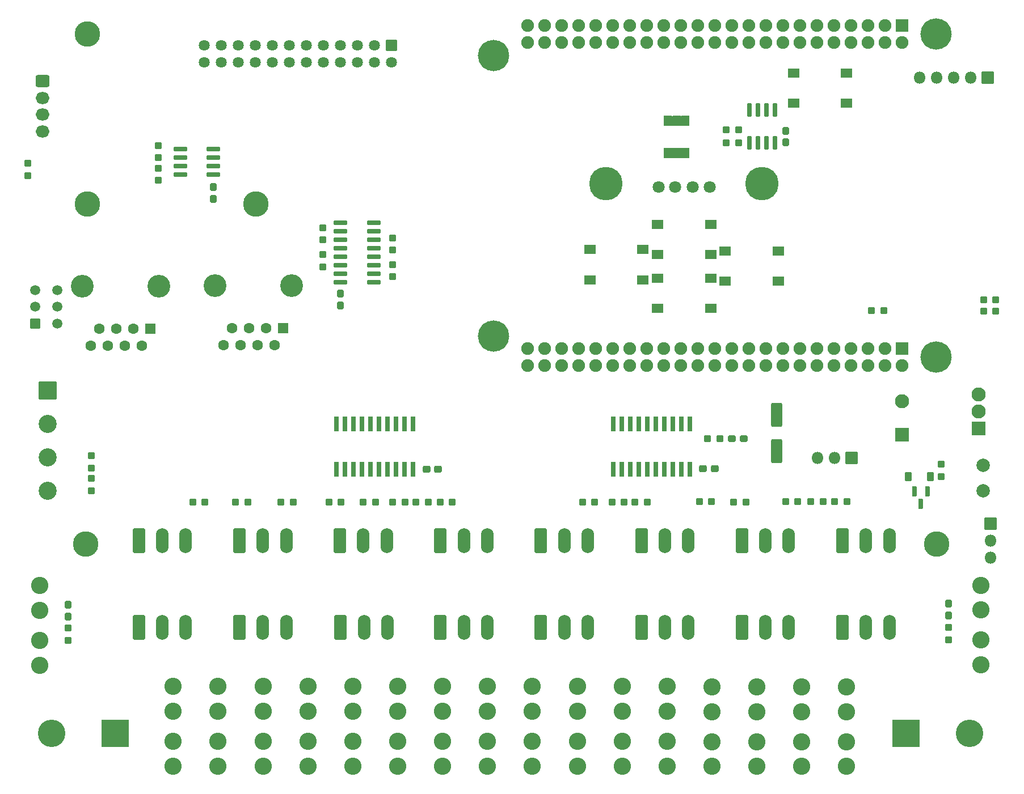
<source format=gbr>
G04 #@! TF.GenerationSoftware,KiCad,Pcbnew,(6.0.5)*
G04 #@! TF.CreationDate,2022-06-02T00:51:25-04:00*
G04 #@! TF.ProjectId,BBB_16,4242425f-3136-42e6-9b69-6361645f7063,v2*
G04 #@! TF.SameCoordinates,Original*
G04 #@! TF.FileFunction,Soldermask,Top*
G04 #@! TF.FilePolarity,Negative*
%FSLAX46Y46*%
G04 Gerber Fmt 4.6, Leading zero omitted, Abs format (unit mm)*
G04 Created by KiCad (PCBNEW (6.0.5)) date 2022-06-02 00:51:25*
%MOMM*%
%LPD*%
G01*
G04 APERTURE LIST*
G04 Aperture macros list*
%AMRoundRect*
0 Rectangle with rounded corners*
0 $1 Rounding radius*
0 $2 $3 $4 $5 $6 $7 $8 $9 X,Y pos of 4 corners*
0 Add a 4 corners polygon primitive as box body*
4,1,4,$2,$3,$4,$5,$6,$7,$8,$9,$2,$3,0*
0 Add four circle primitives for the rounded corners*
1,1,$1+$1,$2,$3*
1,1,$1+$1,$4,$5*
1,1,$1+$1,$6,$7*
1,1,$1+$1,$8,$9*
0 Add four rect primitives between the rounded corners*
20,1,$1+$1,$2,$3,$4,$5,0*
20,1,$1+$1,$4,$5,$6,$7,0*
20,1,$1+$1,$6,$7,$8,$9,0*
20,1,$1+$1,$8,$9,$2,$3,0*%
G04 Aperture macros list end*
%ADD10RoundRect,0.288500X-0.300000X-0.237500X0.300000X-0.237500X0.300000X0.237500X-0.300000X0.237500X0*%
%ADD11C,2.577000*%
%ADD12RoundRect,0.301000X-0.650000X-1.550000X0.650000X-1.550000X0.650000X1.550000X-0.650000X1.550000X0*%
%ADD13O,1.902000X3.702000*%
%ADD14RoundRect,0.051000X-0.450000X-0.600000X0.450000X-0.600000X0.450000X0.600000X-0.450000X0.600000X0*%
%ADD15RoundRect,0.288500X0.237500X-0.250000X0.237500X0.250000X-0.237500X0.250000X-0.237500X-0.250000X0*%
%ADD16RoundRect,0.051000X-0.850000X0.850000X-0.850000X-0.850000X0.850000X-0.850000X0.850000X0.850000X0*%
%ADD17O,1.802000X1.802000*%
%ADD18C,3.802000*%
%ADD19C,5.000000*%
%ADD20C,1.802000*%
%ADD21RoundRect,0.288500X-0.237500X0.287500X-0.237500X-0.287500X0.237500X-0.287500X0.237500X0.287500X0*%
%ADD22RoundRect,0.288500X-0.237500X0.250000X-0.237500X-0.250000X0.237500X-0.250000X0.237500X0.250000X0*%
%ADD23RoundRect,0.288500X-0.287500X-0.237500X0.287500X-0.237500X0.287500X0.237500X-0.287500X0.237500X0*%
%ADD24RoundRect,0.288500X0.250000X0.237500X-0.250000X0.237500X-0.250000X-0.237500X0.250000X-0.237500X0*%
%ADD25RoundRect,0.288500X-0.237500X0.300000X-0.237500X-0.300000X0.237500X-0.300000X0.237500X0.300000X0*%
%ADD26RoundRect,0.051000X-0.775000X-0.650000X0.775000X-0.650000X0.775000X0.650000X-0.775000X0.650000X0*%
%ADD27RoundRect,0.051000X-0.279400X1.079500X-0.279400X-1.079500X0.279400X-1.079500X0.279400X1.079500X0*%
%ADD28RoundRect,0.288500X0.237500X-0.300000X0.237500X0.300000X-0.237500X0.300000X-0.237500X-0.300000X0*%
%ADD29RoundRect,0.201000X-0.150000X0.825000X-0.150000X-0.825000X0.150000X-0.825000X0.150000X0.825000X0*%
%ADD30RoundRect,0.201000X0.825000X0.150000X-0.825000X0.150000X-0.825000X-0.150000X0.825000X-0.150000X0*%
%ADD31C,3.402000*%
%ADD32RoundRect,0.051000X0.750000X0.750000X-0.750000X0.750000X-0.750000X-0.750000X0.750000X-0.750000X0*%
%ADD33C,1.602000*%
%ADD34RoundRect,0.051000X-0.500000X-0.750000X0.500000X-0.750000X0.500000X0.750000X-0.500000X0.750000X0*%
%ADD35RoundRect,0.051000X2.000000X2.000000X-2.000000X2.000000X-2.000000X-2.000000X2.000000X-2.000000X0*%
%ADD36C,4.102000*%
%ADD37RoundRect,0.051000X-2.000000X-2.000000X2.000000X-2.000000X2.000000X2.000000X-2.000000X2.000000X0*%
%ADD38RoundRect,0.051000X0.765000X0.765000X-0.765000X0.765000X-0.765000X-0.765000X0.765000X-0.765000X0*%
%ADD39C,1.632000*%
%ADD40RoundRect,0.051000X-0.900000X-0.900000X0.900000X-0.900000X0.900000X0.900000X-0.900000X0.900000X0*%
%ADD41C,1.902000*%
%ADD42C,4.674000*%
%ADD43RoundRect,0.051000X1.000000X-1.000000X1.000000X1.000000X-1.000000X1.000000X-1.000000X-1.000000X0*%
%ADD44C,2.102000*%
%ADD45RoundRect,0.301000X-0.725000X0.600000X-0.725000X-0.600000X0.725000X-0.600000X0.725000X0.600000X0*%
%ADD46O,2.052000X1.802000*%
%ADD47C,2.006000*%
%ADD48RoundRect,0.051000X-0.850000X-0.850000X0.850000X-0.850000X0.850000X0.850000X-0.850000X0.850000X0*%
%ADD49RoundRect,0.051000X-1.300000X1.300000X-1.300000X-1.300000X1.300000X-1.300000X1.300000X1.300000X0*%
%ADD50C,2.702000*%
%ADD51RoundRect,0.051000X0.700000X-0.700000X0.700000X0.700000X-0.700000X0.700000X-0.700000X-0.700000X0*%
%ADD52C,1.502000*%
%ADD53RoundRect,0.288500X-0.250000X-0.237500X0.250000X-0.237500X0.250000X0.237500X-0.250000X0.237500X0*%
%ADD54RoundRect,0.301000X0.550000X-1.500000X0.550000X1.500000X-0.550000X1.500000X-0.550000X-1.500000X0*%
%ADD55RoundRect,0.201000X-0.150000X0.587500X-0.150000X-0.587500X0.150000X-0.587500X0.150000X0.587500X0*%
G04 APERTURE END LIST*
D10*
X132029500Y-105949800D03*
X133754500Y-105949800D03*
D11*
X74282600Y-135238600D03*
X74282600Y-131538600D03*
X74282600Y-127038600D03*
X74282600Y-123338600D03*
D12*
X89100000Y-129600000D03*
D13*
X92600000Y-129600000D03*
X96100000Y-129600000D03*
D12*
X119100000Y-116600000D03*
D13*
X122600000Y-116600000D03*
X126100000Y-116600000D03*
D12*
X119214342Y-129600000D03*
D13*
X122714342Y-129600000D03*
X126214342Y-129600000D03*
D12*
X134100000Y-116600000D03*
D13*
X137600000Y-116600000D03*
X141100000Y-116600000D03*
D12*
X134100000Y-129600000D03*
D13*
X137600000Y-129600000D03*
X141100000Y-129600000D03*
D12*
X149100000Y-116600000D03*
D13*
X152600000Y-116600000D03*
X156100000Y-116600000D03*
D12*
X149100000Y-129600000D03*
D13*
X152600000Y-129600000D03*
X156100000Y-129600000D03*
D12*
X164100000Y-116600000D03*
D13*
X167600000Y-116600000D03*
X171100000Y-116600000D03*
D12*
X164100000Y-129600000D03*
D13*
X167600000Y-129600000D03*
X171100000Y-129600000D03*
D12*
X179100000Y-116600000D03*
D13*
X182600000Y-116600000D03*
X186100000Y-116600000D03*
D12*
X179100000Y-129600000D03*
D13*
X182600000Y-129600000D03*
X186100000Y-129600000D03*
D12*
X194100000Y-116600000D03*
D13*
X197600000Y-116600000D03*
X201100000Y-116600000D03*
D12*
X194100000Y-129600000D03*
D13*
X197600000Y-129600000D03*
X201100000Y-129600000D03*
D11*
X94222600Y-150288600D03*
X94222600Y-146588600D03*
X94222600Y-142088600D03*
X94222600Y-138388600D03*
X134425198Y-150298600D03*
X134425198Y-146598600D03*
X134425198Y-142098600D03*
X134425198Y-138398600D03*
X181328229Y-150363600D03*
X181328229Y-146663600D03*
X181328229Y-142163600D03*
X181328229Y-138463600D03*
D10*
X173304500Y-105899800D03*
X175029500Y-105899800D03*
D11*
X100923033Y-150303600D03*
X100923033Y-146603600D03*
X100923033Y-142103600D03*
X100923033Y-138403600D03*
X127724765Y-150298600D03*
X127724765Y-146598600D03*
X127724765Y-142098600D03*
X127724765Y-138398600D03*
X141125631Y-150298600D03*
X141125631Y-146598600D03*
X141125631Y-142098600D03*
X141125631Y-138398600D03*
X147826064Y-150298600D03*
X147826064Y-146598600D03*
X147826064Y-142098600D03*
X147826064Y-138398600D03*
X154526497Y-150298600D03*
X154526497Y-146598600D03*
X154526497Y-142098600D03*
X154526497Y-138398600D03*
X194729100Y-150363600D03*
X194729100Y-146663600D03*
X194729100Y-142163600D03*
X194729100Y-138463600D03*
X121024332Y-150298600D03*
X121024332Y-146598600D03*
X121024332Y-142098600D03*
X121024332Y-138398600D03*
X107623466Y-150303600D03*
X107623466Y-146603600D03*
X107623466Y-142103600D03*
X107623466Y-138403600D03*
X174627796Y-150363600D03*
X174627796Y-146663600D03*
X174627796Y-142163600D03*
X174627796Y-138463600D03*
X161226930Y-150298600D03*
X161226930Y-146598600D03*
X161226930Y-142098600D03*
X161226930Y-138398600D03*
X114323899Y-150303600D03*
X114323899Y-146603600D03*
X114323899Y-142103600D03*
X114323899Y-138403600D03*
D12*
X89100000Y-116600000D03*
D13*
X92600000Y-116600000D03*
X96100000Y-116600000D03*
D12*
X104100000Y-116600000D03*
D13*
X107600000Y-116600000D03*
X111100000Y-116600000D03*
D12*
X104100000Y-129600000D03*
D13*
X107600000Y-129600000D03*
X111100000Y-129600000D03*
D14*
X203967000Y-107049800D03*
X207267000Y-107049800D03*
D15*
X91967000Y-59412300D03*
X91967000Y-57587300D03*
X91967000Y-62812300D03*
X91967000Y-60987300D03*
D16*
X215767000Y-47499800D03*
D17*
X213227000Y-47499800D03*
X210687000Y-47499800D03*
X208147000Y-47499800D03*
X205607000Y-47499800D03*
D11*
X188028662Y-150363600D03*
X188028662Y-146663600D03*
X188028662Y-142163600D03*
X188028662Y-138463600D03*
X167927363Y-150298600D03*
X167927363Y-146598600D03*
X167927363Y-142098600D03*
X167927363Y-138398600D03*
D18*
X81427600Y-66318600D03*
X106527600Y-66318600D03*
D19*
X158817000Y-63299800D03*
X182117000Y-63299800D03*
D20*
X166667000Y-63799800D03*
X169167000Y-63799800D03*
X171767000Y-63799800D03*
X174267000Y-63799800D03*
D21*
X78567000Y-126224800D03*
X78567000Y-127974800D03*
X209967000Y-126024800D03*
X209967000Y-127774800D03*
D18*
X81127600Y-117118600D03*
D22*
X78567000Y-129687300D03*
X78567000Y-131512300D03*
X209967000Y-129587300D03*
X209967000Y-131412300D03*
D23*
X177592000Y-101399800D03*
X179342000Y-101399800D03*
D11*
X214726000Y-135181800D03*
X214726000Y-131481800D03*
X214726000Y-126981800D03*
X214726000Y-123281800D03*
D24*
X178589500Y-55219800D03*
X176764500Y-55219800D03*
D25*
X100217000Y-63812300D03*
X100217000Y-65537300D03*
D26*
X186792000Y-46749800D03*
X194742000Y-46749800D03*
X186792000Y-51249800D03*
X194742000Y-51249800D03*
D27*
X171332000Y-99171600D03*
X170062000Y-99171600D03*
X168792000Y-99171600D03*
X167522000Y-99171600D03*
X166252000Y-99171600D03*
X164982000Y-99171600D03*
X163712000Y-99171600D03*
X162442000Y-99171600D03*
X161172000Y-99171600D03*
X159902000Y-99171600D03*
X159902000Y-105928000D03*
X161172000Y-105928000D03*
X162442000Y-105928000D03*
X163712000Y-105928000D03*
X164982000Y-105928000D03*
X166252000Y-105928000D03*
X167522000Y-105928000D03*
X168792000Y-105928000D03*
X170062000Y-105928000D03*
X171332000Y-105928000D03*
D28*
X185677000Y-57144800D03*
X185677000Y-55419800D03*
D24*
X178589500Y-57199800D03*
X176764500Y-57199800D03*
D29*
X184012000Y-52254800D03*
X182742000Y-52254800D03*
X181472000Y-52254800D03*
X180202000Y-52254800D03*
X180202000Y-57204800D03*
X181472000Y-57204800D03*
X182742000Y-57204800D03*
X184012000Y-57204800D03*
D27*
X129982000Y-99171600D03*
X128712000Y-99171600D03*
X127442000Y-99171600D03*
X126172000Y-99171600D03*
X124902000Y-99171600D03*
X123632000Y-99171600D03*
X122362000Y-99171600D03*
X121092000Y-99171600D03*
X119822000Y-99171600D03*
X118552000Y-99171600D03*
X118552000Y-105928000D03*
X119822000Y-105928000D03*
X121092000Y-105928000D03*
X122362000Y-105928000D03*
X123632000Y-105928000D03*
X124902000Y-105928000D03*
X126172000Y-105928000D03*
X127442000Y-105928000D03*
X128712000Y-105928000D03*
X129982000Y-105928000D03*
D30*
X100242000Y-61904800D03*
X100242000Y-60634800D03*
X100242000Y-59364800D03*
X100242000Y-58094800D03*
X95292000Y-58094800D03*
X95292000Y-59364800D03*
X95292000Y-60634800D03*
X95292000Y-61904800D03*
D26*
X166492000Y-77449800D03*
X174442000Y-77449800D03*
X174442000Y-81949800D03*
X166492000Y-81949800D03*
D31*
X80689500Y-78649800D03*
X92119500Y-78649800D03*
D32*
X90849500Y-84999800D03*
D33*
X89579500Y-87539800D03*
X88309500Y-84999800D03*
X87039500Y-87539800D03*
X85769500Y-84999800D03*
X84499500Y-87539800D03*
X83229500Y-84999800D03*
X81959500Y-87539800D03*
D34*
X168067000Y-53899800D03*
X169367000Y-53899800D03*
X170667000Y-53899800D03*
X168067000Y-58699800D03*
X169367000Y-58699800D03*
X170667000Y-58699800D03*
D25*
X119167000Y-79737300D03*
X119167000Y-81462300D03*
D35*
X85567000Y-145399800D03*
D36*
X76067000Y-145399800D03*
D37*
X203567000Y-145399800D03*
D36*
X213067000Y-145399800D03*
D31*
X100489500Y-78549800D03*
X111919500Y-78549800D03*
D32*
X110649500Y-84899800D03*
D33*
X109379500Y-87439800D03*
X108109500Y-84899800D03*
X106839500Y-87439800D03*
X105569500Y-84899800D03*
X104299500Y-87439800D03*
X103029500Y-84899800D03*
X101759500Y-87439800D03*
D30*
X124142000Y-78044800D03*
X124142000Y-76774800D03*
X124142000Y-75504800D03*
X124142000Y-74234800D03*
X124142000Y-72964800D03*
X124142000Y-71694800D03*
X124142000Y-70424800D03*
X124142000Y-69154800D03*
X119192000Y-69154800D03*
X119192000Y-70424800D03*
X119192000Y-71694800D03*
X119192000Y-72964800D03*
X119192000Y-74234800D03*
X119192000Y-75504800D03*
X119192000Y-76774800D03*
X119192000Y-78044800D03*
D38*
X126837000Y-42629800D03*
D39*
X126837000Y-45169800D03*
X124297000Y-42629800D03*
X124297000Y-45169800D03*
X121757000Y-42629800D03*
X121757000Y-45169800D03*
X119217000Y-42629800D03*
X119217000Y-45169800D03*
X116677000Y-42629800D03*
X116677000Y-45169800D03*
X114137000Y-42629800D03*
X114137000Y-45169800D03*
X111597000Y-42629800D03*
X111597000Y-45169800D03*
X109057000Y-42629800D03*
X109057000Y-45169800D03*
X106517000Y-42629800D03*
X106517000Y-45169800D03*
X103977000Y-42629800D03*
X103977000Y-45169800D03*
X101437000Y-42629800D03*
X101437000Y-45169800D03*
X98897000Y-42629800D03*
X98897000Y-45169800D03*
D40*
X202962000Y-87959800D03*
D41*
X202962000Y-90499800D03*
X200422000Y-87959800D03*
X200422000Y-90499800D03*
X197882000Y-87959800D03*
X197882000Y-90499800D03*
X195342000Y-87959800D03*
X195342000Y-90499800D03*
X192802000Y-87959800D03*
X192802000Y-90499800D03*
X190262000Y-87959800D03*
X190262000Y-90499800D03*
X187722000Y-87959800D03*
X187722000Y-90499800D03*
X185182000Y-87959800D03*
X185182000Y-90499800D03*
X182642000Y-87959800D03*
X182642000Y-90499800D03*
X180102000Y-87959800D03*
X180102000Y-90499800D03*
X177562000Y-87959800D03*
X177562000Y-90499800D03*
X175022000Y-87959800D03*
X175022000Y-90499800D03*
X172482000Y-87959800D03*
X172482000Y-90499800D03*
X169942000Y-87959800D03*
X169942000Y-90499800D03*
X167402000Y-87959800D03*
X167402000Y-90499800D03*
X164862000Y-87959800D03*
X164862000Y-90499800D03*
X162322000Y-87959800D03*
X162322000Y-90499800D03*
X159782000Y-87959800D03*
X159782000Y-90499800D03*
X157242000Y-87959800D03*
X157242000Y-90499800D03*
X154702000Y-87959800D03*
X154702000Y-90499800D03*
X152162000Y-87959800D03*
X152162000Y-90499800D03*
X149622000Y-87959800D03*
X149622000Y-90499800D03*
X147082000Y-87959800D03*
X147082000Y-90499800D03*
D40*
X202962000Y-39699800D03*
D41*
X202962000Y-42239800D03*
X200422000Y-39699800D03*
X200422000Y-42239800D03*
X197882000Y-39699800D03*
X197882000Y-42239800D03*
X195342000Y-39699800D03*
X195342000Y-42239800D03*
X192802000Y-39699800D03*
X192802000Y-42239800D03*
X190262000Y-39699800D03*
X190262000Y-42239800D03*
X187722000Y-39699800D03*
X187722000Y-42239800D03*
X185182000Y-39699800D03*
X185182000Y-42239800D03*
X182642000Y-39699800D03*
X182642000Y-42239800D03*
X180102000Y-39699800D03*
X180102000Y-42239800D03*
X177562000Y-39699800D03*
X177562000Y-42239800D03*
X175022000Y-39699800D03*
X175022000Y-42239800D03*
X172482000Y-39699800D03*
X172482000Y-42239800D03*
X169942000Y-39699800D03*
X169942000Y-42239800D03*
X167402000Y-39699800D03*
X167402000Y-42239800D03*
X164862000Y-39699800D03*
X164862000Y-42239800D03*
X162322000Y-39699800D03*
X162322000Y-42239800D03*
X159782000Y-39699800D03*
X159782000Y-42239800D03*
X157242000Y-39699800D03*
X157242000Y-42239800D03*
X154702000Y-39699800D03*
X154702000Y-42239800D03*
X152162000Y-39699800D03*
X152162000Y-42239800D03*
X149622000Y-39699800D03*
X149622000Y-42239800D03*
X147082000Y-39699800D03*
X147082000Y-42239800D03*
D42*
X142002000Y-44144800D03*
X208042000Y-40969800D03*
X208042000Y-89229800D03*
X142002000Y-86054800D03*
D26*
X166492000Y-69349800D03*
X174442000Y-69349800D03*
X166492000Y-73849800D03*
X174442000Y-73849800D03*
X156392000Y-73149800D03*
X164342000Y-73149800D03*
X164342000Y-77649800D03*
X156392000Y-77649800D03*
X176592000Y-73349800D03*
X184542000Y-73349800D03*
X184542000Y-77849800D03*
X176592000Y-77849800D03*
D18*
X208127600Y-117118600D03*
D16*
X195492000Y-104299800D03*
D17*
X192952000Y-104299800D03*
X190412000Y-104299800D03*
D43*
X214467000Y-99899800D03*
D44*
X214467000Y-97359800D03*
X214467000Y-94819800D03*
D45*
X74767000Y-47999800D03*
D46*
X74767000Y-50499800D03*
X74767000Y-52999800D03*
X74767000Y-55499800D03*
D47*
X215117459Y-109205360D03*
X215117459Y-105395360D03*
D48*
X216167000Y-114099800D03*
D17*
X216167000Y-116639800D03*
X216167000Y-119179800D03*
D49*
X75467000Y-94199800D03*
D50*
X75467000Y-99199800D03*
X75467000Y-104199800D03*
X75467000Y-109199800D03*
D15*
X82017000Y-109162300D03*
X82017000Y-107337300D03*
X82017000Y-105762300D03*
X82017000Y-103937300D03*
D51*
X73667000Y-84199800D03*
D52*
X73667000Y-81699800D03*
X73667000Y-79199800D03*
X76967000Y-84199800D03*
X76967000Y-81699800D03*
X76967000Y-79199800D03*
D53*
X173954500Y-101399800D03*
X175779500Y-101399800D03*
D54*
X184267000Y-103249800D03*
X184267000Y-97849800D03*
D43*
X202967000Y-100767477D03*
D44*
X202967000Y-95767477D03*
D22*
X72542000Y-60262300D03*
X72542000Y-62087300D03*
D53*
X198454500Y-82299800D03*
X200279500Y-82299800D03*
D24*
X217004500Y-82324800D03*
X215179500Y-82324800D03*
D53*
X215179500Y-80649800D03*
X217004500Y-80649800D03*
D18*
X81427600Y-40918600D03*
D53*
X172754500Y-110799800D03*
X174579500Y-110799800D03*
D24*
X124404500Y-110849800D03*
X122579500Y-110849800D03*
D53*
X130454500Y-110849800D03*
X132279500Y-110849800D03*
D24*
X98979500Y-110849800D03*
X97154500Y-110849800D03*
X105354500Y-110849800D03*
X103529500Y-110849800D03*
D55*
X206767000Y-109262300D03*
X204867000Y-109262300D03*
X205817000Y-111137300D03*
D24*
X119279500Y-110849800D03*
X117454500Y-110849800D03*
D15*
X126967000Y-77212300D03*
X126967000Y-75387300D03*
D24*
X161529500Y-110899800D03*
X159704500Y-110899800D03*
D53*
X134054500Y-110849800D03*
X135879500Y-110849800D03*
D15*
X126967000Y-73212300D03*
X126967000Y-71387300D03*
D24*
X157129500Y-110899800D03*
X155304500Y-110899800D03*
X112129500Y-110849800D03*
X110304500Y-110849800D03*
D53*
X163154500Y-110899800D03*
X164979500Y-110899800D03*
X192954500Y-110799800D03*
X194779500Y-110799800D03*
D22*
X208817000Y-105237300D03*
X208817000Y-107062300D03*
X116567000Y-73887300D03*
X116567000Y-75712300D03*
D53*
X189404500Y-110799800D03*
X191229500Y-110799800D03*
D22*
X116567000Y-69887300D03*
X116567000Y-71712300D03*
D53*
X185604500Y-110799800D03*
X187429500Y-110799800D03*
X177854500Y-110849800D03*
X179679500Y-110849800D03*
X127004500Y-110849800D03*
X128829500Y-110849800D03*
G36*
X168616267Y-57933101D02*
G01*
X168667946Y-57976289D01*
X168736661Y-57984920D01*
X168799291Y-57954956D01*
X168817348Y-57934118D01*
X168819238Y-57933464D01*
X168820749Y-57934774D01*
X168820821Y-57935818D01*
X168818000Y-57949999D01*
X168818000Y-59449601D01*
X168820978Y-59464574D01*
X168820335Y-59466468D01*
X168818373Y-59466858D01*
X168817733Y-59466499D01*
X168766054Y-59423311D01*
X168697339Y-59414680D01*
X168634709Y-59444644D01*
X168616652Y-59465482D01*
X168614762Y-59466136D01*
X168613251Y-59464826D01*
X168613179Y-59463782D01*
X168616000Y-59449601D01*
X168616000Y-57949999D01*
X168613022Y-57935026D01*
X168613665Y-57933132D01*
X168615627Y-57932742D01*
X168616267Y-57933101D01*
G37*
G36*
X169916267Y-57933101D02*
G01*
X169967946Y-57976289D01*
X170036661Y-57984920D01*
X170099291Y-57954956D01*
X170117348Y-57934118D01*
X170119238Y-57933464D01*
X170120749Y-57934774D01*
X170120821Y-57935818D01*
X170118000Y-57949999D01*
X170118000Y-59449601D01*
X170120978Y-59464574D01*
X170120335Y-59466468D01*
X170118373Y-59466858D01*
X170117733Y-59466499D01*
X170066054Y-59423311D01*
X169997339Y-59414680D01*
X169934709Y-59444644D01*
X169916652Y-59465482D01*
X169914762Y-59466136D01*
X169913251Y-59464826D01*
X169913179Y-59463782D01*
X169916000Y-59449601D01*
X169916000Y-57949999D01*
X169913022Y-57935026D01*
X169913665Y-57933132D01*
X169915627Y-57932742D01*
X169916267Y-57933101D01*
G37*
G36*
X168616267Y-53133101D02*
G01*
X168667946Y-53176289D01*
X168736661Y-53184920D01*
X168799291Y-53154956D01*
X168817348Y-53134118D01*
X168819238Y-53133464D01*
X168820749Y-53134774D01*
X168820821Y-53135818D01*
X168818000Y-53149999D01*
X168818000Y-54649601D01*
X168820978Y-54664574D01*
X168820335Y-54666468D01*
X168818373Y-54666858D01*
X168817733Y-54666499D01*
X168766054Y-54623311D01*
X168697339Y-54614680D01*
X168634709Y-54644644D01*
X168616652Y-54665482D01*
X168614762Y-54666136D01*
X168613251Y-54664826D01*
X168613179Y-54663782D01*
X168616000Y-54649601D01*
X168616000Y-53149999D01*
X168613022Y-53135026D01*
X168613665Y-53133132D01*
X168615627Y-53132742D01*
X168616267Y-53133101D01*
G37*
G36*
X169916267Y-53133101D02*
G01*
X169967946Y-53176289D01*
X170036661Y-53184920D01*
X170099291Y-53154956D01*
X170117348Y-53134118D01*
X170119238Y-53133464D01*
X170120749Y-53134774D01*
X170120821Y-53135818D01*
X170118000Y-53149999D01*
X170118000Y-54649601D01*
X170120978Y-54664574D01*
X170120335Y-54666468D01*
X170118373Y-54666858D01*
X170117733Y-54666499D01*
X170066054Y-54623311D01*
X169997339Y-54614680D01*
X169934709Y-54644644D01*
X169916652Y-54665482D01*
X169914762Y-54666136D01*
X169913251Y-54664826D01*
X169913179Y-54663782D01*
X169916000Y-54649601D01*
X169916000Y-53149999D01*
X169913022Y-53135026D01*
X169913665Y-53133132D01*
X169915627Y-53132742D01*
X169916267Y-53133101D01*
G37*
M02*

</source>
